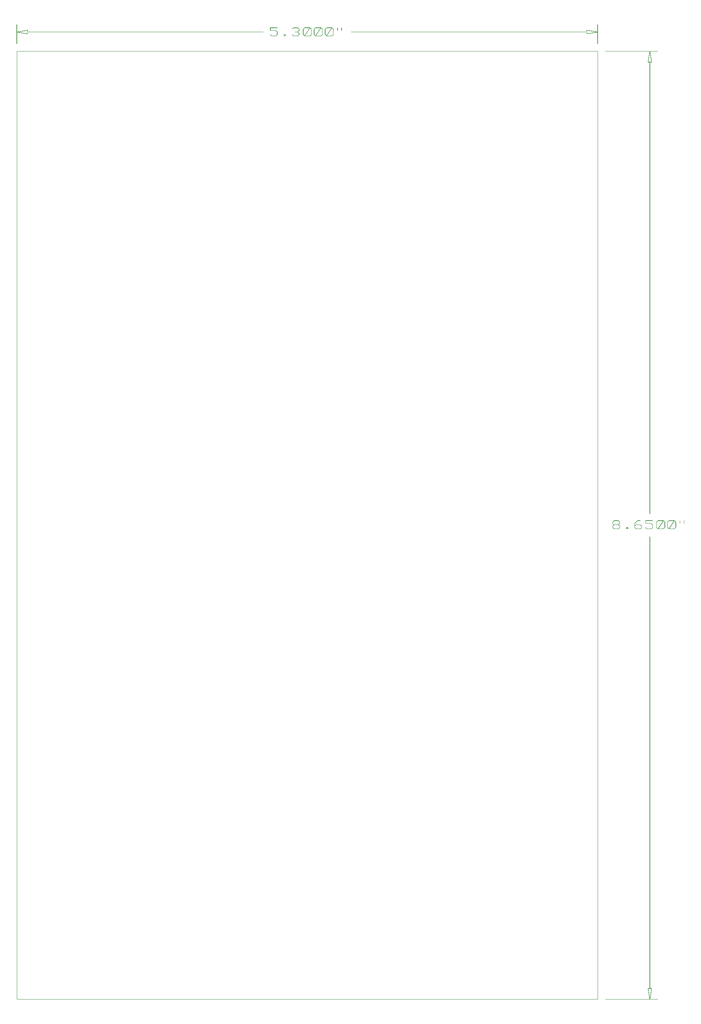
<source format=gbr>
*
%LPD*%
%LNPacMan-Edge_Cuts*%
%FSLAX25Y25*%
%MOIN*%
%AD*%
%AMDimension1*
20,1,0.005,-0.336244,0.056631,-0.273744,0.056631,0*
1,1,0.005,-0.336244,0.056631*
1,1,0.005,-0.273744,0.056631*
20,1,0.005,-0.336244,0.056631,-0.336244,0.031631,0*
1,1,0.005,-0.336244,0.056631*
1,1,0.005,-0.336244,0.031631*
20,1,0.005,-0.336244,0.031631,-0.286244,0.031631,0*
1,1,0.005,-0.336244,0.031631*
1,1,0.005,-0.286244,0.031631*
20,1,0.005,-0.286244,0.031631,-0.273744,0.019131,0*
1,1,0.005,-0.286244,0.031631*
1,1,0.005,-0.273744,0.019131*
20,1,0.005,-0.273744,0.019131,-0.273744,-0.005869,0*
1,1,0.005,-0.273744,0.019131*
1,1,0.005,-0.273744,-0.005869*
20,1,0.005,-0.273744,-0.005869,-0.286244,-0.018369,0*
1,1,0.005,-0.273744,-0.005869*
1,1,0.005,-0.286244,-0.018369*
20,1,0.005,-0.286244,-0.018369,-0.323744,-0.018369,0*
1,1,0.005,-0.286244,-0.018369*
1,1,0.005,-0.323744,-0.018369*
20,1,0.005,-0.323744,-0.018369,-0.336244,-0.005869,0*
1,1,0.005,-0.323744,-0.018369*
1,1,0.005,-0.336244,-0.005869*
20,1,0.005,-0.211244,-0.005869,-0.198744,-0.005869,0*
1,1,0.005,-0.211244,-0.005869*
1,1,0.005,-0.198744,-0.005869*
20,1,0.005,-0.198744,-0.005869,-0.198744,-0.018369,0*
1,1,0.005,-0.198744,-0.005869*
1,1,0.005,-0.198744,-0.018369*
20,1,0.005,-0.198744,-0.018369,-0.211244,-0.018369,0*
1,1,0.005,-0.198744,-0.018369*
1,1,0.005,-0.211244,-0.018369*
20,1,0.005,-0.211244,-0.018369,-0.211244,-0.005869,0*
1,1,0.005,-0.211244,-0.018369*
1,1,0.005,-0.211244,-0.005869*
20,1,0.005,-0.136244,0.044131,-0.123744,0.056631,0*
1,1,0.005,-0.136244,0.044131*
1,1,0.005,-0.123744,0.056631*
20,1,0.005,-0.123744,0.056631,-0.086244,0.056631,0*
1,1,0.005,-0.123744,0.056631*
1,1,0.005,-0.086244,0.056631*
20,1,0.005,-0.086244,0.056631,-0.073744,0.044131,0*
1,1,0.005,-0.086244,0.056631*
1,1,0.005,-0.073744,0.044131*
20,1,0.005,-0.073744,0.044131,-0.073744,0.031631,0*
1,1,0.005,-0.073744,0.044131*
1,1,0.005,-0.073744,0.031631*
20,1,0.005,-0.073744,0.031631,-0.086244,0.019131,0*
1,1,0.005,-0.073744,0.031631*
1,1,0.005,-0.086244,0.019131*
20,1,0.005,-0.111244,0.019131,-0.086244,0.019131,0*
1,1,0.005,-0.111244,0.019131*
1,1,0.005,-0.086244,0.019131*
20,1,0.005,-0.086244,0.019131,-0.073744,0.006631,0*
1,1,0.005,-0.086244,0.019131*
1,1,0.005,-0.073744,0.006631*
20,1,0.005,-0.073744,0.006631,-0.073744,-0.005869,0*
1,1,0.005,-0.073744,0.006631*
1,1,0.005,-0.073744,-0.005869*
20,1,0.005,-0.073744,-0.005869,-0.086244,-0.018369,0*
1,1,0.005,-0.073744,-0.005869*
1,1,0.005,-0.086244,-0.018369*
20,1,0.005,-0.086244,-0.018369,-0.123744,-0.018369,0*
1,1,0.005,-0.086244,-0.018369*
1,1,0.005,-0.123744,-0.018369*
20,1,0.005,-0.123744,-0.018369,-0.136244,-0.005869,0*
1,1,0.005,-0.123744,-0.018369*
1,1,0.005,-0.136244,-0.005869*
20,1,0.005,-0.023744,0.056631,0.026256,0.056631,0*
1,1,0.005,-0.023744,0.056631*
1,1,0.005,0.026256,0.056631*
20,1,0.005,0.026256,0.056631,0.038756,0.044131,0*
1,1,0.005,0.026256,0.056631*
1,1,0.005,0.038756,0.044131*
20,1,0.005,0.038756,0.044131,0.038756,-0.005869,0*
1,1,0.005,0.038756,0.044131*
1,1,0.005,0.038756,-0.005869*
20,1,0.005,0.038756,-0.005869,0.026256,-0.018369,0*
1,1,0.005,0.038756,-0.005869*
1,1,0.005,0.026256,-0.018369*
20,1,0.005,0.026256,-0.018369,-0.023744,-0.018369,0*
1,1,0.005,0.026256,-0.018369*
1,1,0.005,-0.023744,-0.018369*
20,1,0.005,-0.023744,-0.018369,-0.036244,-0.005869,0*
1,1,0.005,-0.023744,-0.018369*
1,1,0.005,-0.036244,-0.005869*
20,1,0.005,-0.036244,-0.005869,-0.036244,0.044131,0*
1,1,0.005,-0.036244,-0.005869*
1,1,0.005,-0.036244,0.044131*
20,1,0.005,-0.036244,0.044131,-0.023744,0.056631,0*
1,1,0.005,-0.036244,0.044131*
1,1,0.005,-0.023744,0.056631*
20,1,0.005,0.026256,0.056631,-0.023744,-0.018369,0*
1,1,0.005,0.026256,0.056631*
1,1,0.005,-0.023744,-0.018369*
20,1,0.005,0.076256,0.056631,0.126256,0.056631,0*
1,1,0.005,0.076256,0.056631*
1,1,0.005,0.126256,0.056631*
20,1,0.005,0.126256,0.056631,0.138756,0.044131,0*
1,1,0.005,0.126256,0.056631*
1,1,0.005,0.138756,0.044131*
20,1,0.005,0.138756,0.044131,0.138756,-0.005869,0*
1,1,0.005,0.138756,0.044131*
1,1,0.005,0.138756,-0.005869*
20,1,0.005,0.138756,-0.005869,0.126256,-0.018369,0*
1,1,0.005,0.138756,-0.005869*
1,1,0.005,0.126256,-0.018369*
20,1,0.005,0.126256,-0.018369,0.076256,-0.018369,0*
1,1,0.005,0.126256,-0.018369*
1,1,0.005,0.076256,-0.018369*
20,1,0.005,0.076256,-0.018369,0.063756,-0.005869,0*
1,1,0.005,0.076256,-0.018369*
1,1,0.005,0.063756,-0.005869*
20,1,0.005,0.063756,-0.005869,0.063756,0.044131,0*
1,1,0.005,0.063756,-0.005869*
1,1,0.005,0.063756,0.044131*
20,1,0.005,0.063756,0.044131,0.076256,0.056631,0*
1,1,0.005,0.063756,0.044131*
1,1,0.005,0.076256,0.056631*
20,1,0.005,0.126256,0.056631,0.076256,-0.018369,0*
1,1,0.005,0.126256,0.056631*
1,1,0.005,0.076256,-0.018369*
20,1,0.005,0.176256,0.056631,0.226256,0.056631,0*
1,1,0.005,0.176256,0.056631*
1,1,0.005,0.226256,0.056631*
20,1,0.005,0.226256,0.056631,0.238756,0.044131,0*
1,1,0.005,0.226256,0.056631*
1,1,0.005,0.238756,0.044131*
20,1,0.005,0.238756,0.044131,0.238756,-0.005869,0*
1,1,0.005,0.238756,0.044131*
1,1,0.005,0.238756,-0.005869*
20,1,0.005,0.238756,-0.005869,0.226256,-0.018369,0*
1,1,0.005,0.238756,-0.005869*
1,1,0.005,0.226256,-0.018369*
20,1,0.005,0.226256,-0.018369,0.176256,-0.018369,0*
1,1,0.005,0.226256,-0.018369*
1,1,0.005,0.176256,-0.018369*
20,1,0.005,0.176256,-0.018369,0.163756,-0.005869,0*
1,1,0.005,0.176256,-0.018369*
1,1,0.005,0.163756,-0.005869*
20,1,0.005,0.163756,-0.005869,0.163756,0.044131,0*
1,1,0.005,0.163756,-0.005869*
1,1,0.005,0.163756,0.044131*
20,1,0.005,0.163756,0.044131,0.176256,0.056631,0*
1,1,0.005,0.163756,0.044131*
1,1,0.005,0.176256,0.056631*
20,1,0.005,0.226256,0.056631,0.176256,-0.018369,0*
1,1,0.005,0.226256,0.056631*
1,1,0.005,0.176256,-0.018369*
20,1,0.005,0.276256,0.031631,0.276256,0.056631,0*
1,1,0.005,0.276256,0.031631*
1,1,0.005,0.276256,0.056631*
20,1,0.005,0.313756,0.031631,0.313756,0.056631,0*
1,1,0.005,0.313756,0.031631*
1,1,0.005,0.313756,0.056631*
20,1,0.005,-2.65,0.0875,-2.65,-0.0875,0*
1,1,0.005,-2.65,0.0875*
1,1,0.005,-2.65,-0.0875*
20,1,0.005,2.65,0.0875,2.65,-0.0875,0*
1,1,0.005,2.65,0.0875*
1,1,0.005,2.65,-0.0875*
20,1,0.005,-2.55136,0.033936,-2.65,0.0175,0*
1,1,0.005,-2.55136,0.033936*
1,1,0.005,-2.65,0.0175*
20,1,0.005,-2.55136,0.001064,-2.55136,0.033936,0*
1,1,0.005,-2.55136,0.001064*
1,1,0.005,-2.55136,0.033936*
20,1,0.005,-2.65,0.0175,-2.55136,0.001064,0*
1,1,0.005,-2.65,0.0175*
1,1,0.005,-2.55136,0.001064*
20,1,0.005,-2.5,0.0175,-2.55136,0.0175,0*
1,1,0.005,-2.5,0.0175*
1,1,0.005,-2.55136,0.0175*
20,1,0.005,2.55136,0.001064,2.65,0.0175,0*
1,1,0.005,2.55136,0.001064*
1,1,0.005,2.65,0.0175*
20,1,0.005,2.55136,0.033936,2.55136,0.001064,0*
1,1,0.005,2.55136,0.033936*
1,1,0.005,2.55136,0.001064*
20,1,0.005,2.65,0.0175,2.55136,0.033936,0*
1,1,0.005,2.65,0.0175*
1,1,0.005,2.55136,0.033936*
20,1,0.005,2.5,0.0175,2.55136,0.0175,0*
1,1,0.005,2.5,0.0175*
1,1,0.005,2.55136,0.0175*
20,1,0.005,-0.401244,0.0175,-2.5,0.0175,0*
1,1,0.005,-0.401244,0.0175*
1,1,0.005,-2.5,0.0175*
20,1,0.005,0.401244,0.0175,2.5,0.0175,0*
1,1,0.005,0.401244,0.0175*
1,1,0.005,2.5,0.0175*
%
%AMDimension2*
20,1,0.005,-0.279144,0.042799,-0.241644,0.042799,0*
1,1,0.005,-0.279144,0.042799*
1,1,0.005,-0.241644,0.042799*
20,1,0.005,-0.241644,0.042799,-0.229144,0.030299,0*
1,1,0.005,-0.241644,0.042799*
1,1,0.005,-0.229144,0.030299*
20,1,0.005,-0.229144,0.030299,-0.229144,0.017799,0*
1,1,0.005,-0.229144,0.030299*
1,1,0.005,-0.229144,0.017799*
20,1,0.005,-0.229144,0.017799,-0.241644,0.005299,0*
1,1,0.005,-0.229144,0.017799*
1,1,0.005,-0.241644,0.005299*
20,1,0.005,-0.241644,0.005299,-0.229144,-0.007201,0*
1,1,0.005,-0.241644,0.005299*
1,1,0.005,-0.229144,-0.007201*
20,1,0.005,-0.229144,-0.007201,-0.229144,-0.019701,0*
1,1,0.005,-0.229144,-0.007201*
1,1,0.005,-0.229144,-0.019701*
20,1,0.005,-0.229144,-0.019701,-0.241644,-0.032201,0*
1,1,0.005,-0.229144,-0.019701*
1,1,0.005,-0.241644,-0.032201*
20,1,0.005,-0.241644,-0.032201,-0.279144,-0.032201,0*
1,1,0.005,-0.241644,-0.032201*
1,1,0.005,-0.279144,-0.032201*
20,1,0.005,-0.279144,-0.032201,-0.291644,-0.019701,0*
1,1,0.005,-0.279144,-0.032201*
1,1,0.005,-0.291644,-0.019701*
20,1,0.005,-0.291644,-0.019701,-0.291644,-0.007201,0*
1,1,0.005,-0.291644,-0.019701*
1,1,0.005,-0.291644,-0.007201*
20,1,0.005,-0.291644,-0.007201,-0.279144,0.005299,0*
1,1,0.005,-0.291644,-0.007201*
1,1,0.005,-0.279144,0.005299*
20,1,0.005,-0.279144,0.005299,-0.291644,0.017799,0*
1,1,0.005,-0.279144,0.005299*
1,1,0.005,-0.291644,0.017799*
20,1,0.005,-0.291644,0.017799,-0.291644,0.030299,0*
1,1,0.005,-0.291644,0.017799*
1,1,0.005,-0.291644,0.030299*
20,1,0.005,-0.291644,0.030299,-0.279144,0.042799,0*
1,1,0.005,-0.291644,0.030299*
1,1,0.005,-0.279144,0.042799*
20,1,0.005,-0.279144,0.005299,-0.241644,0.005299,0*
1,1,0.005,-0.279144,0.005299*
1,1,0.005,-0.241644,0.005299*
20,1,0.005,-0.166644,-0.019701,-0.154144,-0.019701,0*
1,1,0.005,-0.166644,-0.019701*
1,1,0.005,-0.154144,-0.019701*
20,1,0.005,-0.154144,-0.019701,-0.154144,-0.032201,0*
1,1,0.005,-0.154144,-0.019701*
1,1,0.005,-0.154144,-0.032201*
20,1,0.005,-0.154144,-0.032201,-0.166644,-0.032201,0*
1,1,0.005,-0.154144,-0.032201*
1,1,0.005,-0.166644,-0.032201*
20,1,0.005,-0.166644,-0.032201,-0.166644,-0.019701,0*
1,1,0.005,-0.166644,-0.032201*
1,1,0.005,-0.166644,-0.019701*
20,1,0.005,-0.041644,0.042799,-0.066644,0.042799,0*
1,1,0.005,-0.041644,0.042799*
1,1,0.005,-0.066644,0.042799*
20,1,0.005,-0.066644,0.042799,-0.091644,0.017799,0*
1,1,0.005,-0.066644,0.042799*
1,1,0.005,-0.091644,0.017799*
20,1,0.005,-0.091644,0.017799,-0.091644,-0.019701,0*
1,1,0.005,-0.091644,0.017799*
1,1,0.005,-0.091644,-0.019701*
20,1,0.005,-0.091644,-0.019701,-0.079144,-0.032201,0*
1,1,0.005,-0.091644,-0.019701*
1,1,0.005,-0.079144,-0.032201*
20,1,0.005,-0.079144,-0.032201,-0.041644,-0.032201,0*
1,1,0.005,-0.079144,-0.032201*
1,1,0.005,-0.041644,-0.032201*
20,1,0.005,-0.041644,-0.032201,-0.029144,-0.019701,0*
1,1,0.005,-0.041644,-0.032201*
1,1,0.005,-0.029144,-0.019701*
20,1,0.005,-0.029144,-0.019701,-0.029144,-0.007201,0*
1,1,0.005,-0.029144,-0.019701*
1,1,0.005,-0.029144,-0.007201*
20,1,0.005,-0.029144,-0.007201,-0.041644,0.005299,0*
1,1,0.005,-0.029144,-0.007201*
1,1,0.005,-0.041644,0.005299*
20,1,0.005,-0.041644,0.005299,-0.079144,0.005299,0*
1,1,0.005,-0.041644,0.005299*
1,1,0.005,-0.079144,0.005299*
20,1,0.005,-0.079144,0.005299,-0.091644,-0.007201,0*
1,1,0.005,-0.079144,0.005299*
1,1,0.005,-0.091644,-0.007201*
20,1,0.005,0.008356,0.042799,0.070856,0.042799,0*
1,1,0.005,0.008356,0.042799*
1,1,0.005,0.070856,0.042799*
20,1,0.005,0.008356,0.042799,0.008356,0.017799,0*
1,1,0.005,0.008356,0.042799*
1,1,0.005,0.008356,0.017799*
20,1,0.005,0.008356,0.017799,0.058356,0.017799,0*
1,1,0.005,0.008356,0.017799*
1,1,0.005,0.058356,0.017799*
20,1,0.005,0.058356,0.017799,0.070856,0.005299,0*
1,1,0.005,0.058356,0.017799*
1,1,0.005,0.070856,0.005299*
20,1,0.005,0.070856,0.005299,0.070856,-0.019701,0*
1,1,0.005,0.070856,0.005299*
1,1,0.005,0.070856,-0.019701*
20,1,0.005,0.070856,-0.019701,0.058356,-0.032201,0*
1,1,0.005,0.070856,-0.019701*
1,1,0.005,0.058356,-0.032201*
20,1,0.005,0.058356,-0.032201,0.020856,-0.032201,0*
1,1,0.005,0.058356,-0.032201*
1,1,0.005,0.020856,-0.032201*
20,1,0.005,0.020856,-0.032201,0.008356,-0.019701,0*
1,1,0.005,0.020856,-0.032201*
1,1,0.005,0.008356,-0.019701*
20,1,0.005,0.120856,0.042799,0.170856,0.042799,0*
1,1,0.005,0.120856,0.042799*
1,1,0.005,0.170856,0.042799*
20,1,0.005,0.170856,0.042799,0.183356,0.030299,0*
1,1,0.005,0.170856,0.042799*
1,1,0.005,0.183356,0.030299*
20,1,0.005,0.183356,0.030299,0.183356,-0.019701,0*
1,1,0.005,0.183356,0.030299*
1,1,0.005,0.183356,-0.019701*
20,1,0.005,0.183356,-0.019701,0.170856,-0.032201,0*
1,1,0.005,0.183356,-0.019701*
1,1,0.005,0.170856,-0.032201*
20,1,0.005,0.170856,-0.032201,0.120856,-0.032201,0*
1,1,0.005,0.170856,-0.032201*
1,1,0.005,0.120856,-0.032201*
20,1,0.005,0.120856,-0.032201,0.108356,-0.019701,0*
1,1,0.005,0.120856,-0.032201*
1,1,0.005,0.108356,-0.019701*
20,1,0.005,0.108356,-0.019701,0.108356,0.030299,0*
1,1,0.005,0.108356,-0.019701*
1,1,0.005,0.108356,0.030299*
20,1,0.005,0.108356,0.030299,0.120856,0.042799,0*
1,1,0.005,0.108356,0.030299*
1,1,0.005,0.120856,0.042799*
20,1,0.005,0.170856,0.042799,0.120856,-0.032201,0*
1,1,0.005,0.170856,0.042799*
1,1,0.005,0.120856,-0.032201*
20,1,0.005,0.220856,0.042799,0.270856,0.042799,0*
1,1,0.005,0.220856,0.042799*
1,1,0.005,0.270856,0.042799*
20,1,0.005,0.270856,0.042799,0.283356,0.030299,0*
1,1,0.005,0.270856,0.042799*
1,1,0.005,0.283356,0.030299*
20,1,0.005,0.283356,0.030299,0.283356,-0.019701,0*
1,1,0.005,0.283356,0.030299*
1,1,0.005,0.283356,-0.019701*
20,1,0.005,0.283356,-0.019701,0.270856,-0.032201,0*
1,1,0.005,0.283356,-0.019701*
1,1,0.005,0.270856,-0.032201*
20,1,0.005,0.270856,-0.032201,0.220856,-0.032201,0*
1,1,0.005,0.270856,-0.032201*
1,1,0.005,0.220856,-0.032201*
20,1,0.005,0.220856,-0.032201,0.208356,-0.019701,0*
1,1,0.005,0.220856,-0.032201*
1,1,0.005,0.208356,-0.019701*
20,1,0.005,0.208356,-0.019701,0.208356,0.030299,0*
1,1,0.005,0.208356,-0.019701*
1,1,0.005,0.208356,0.030299*
20,1,0.005,0.208356,0.030299,0.220856,0.042799,0*
1,1,0.005,0.208356,0.030299*
1,1,0.005,0.220856,0.042799*
20,1,0.005,0.270856,0.042799,0.220856,-0.032201,0*
1,1,0.005,0.270856,0.042799*
1,1,0.005,0.220856,-0.032201*
20,1,0.005,0.320856,0.017799,0.320856,0.042799,0*
1,1,0.005,0.320856,0.017799*
1,1,0.005,0.320856,0.042799*
20,1,0.005,0.358356,0.017799,0.358356,0.042799,0*
1,1,0.005,0.358356,0.017799*
1,1,0.005,0.358356,0.042799*
20,1,0.005,0.116644,4.325,-0.358356,4.325,0*
1,1,0.005,0.116644,4.325*
1,1,0.005,-0.358356,4.325*
20,1,0.005,0.116644,-4.325,-0.358356,-4.325,0*
1,1,0.005,0.116644,-4.325*
1,1,0.005,-0.358356,-4.325*
20,1,0.005,0.06308,4.22636,0.046644,4.325,0*
1,1,0.005,0.06308,4.22636*
1,1,0.005,0.046644,4.325*
20,1,0.005,0.030209,4.22636,0.06308,4.22636,0*
1,1,0.005,0.030209,4.22636*
1,1,0.005,0.06308,4.22636*
20,1,0.005,0.046644,4.325,0.030209,4.22636,0*
1,1,0.005,0.046644,4.325*
1,1,0.005,0.030209,4.22636*
20,1,0.005,0.046644,4.175,0.046644,4.22636,0*
1,1,0.005,0.046644,4.175*
1,1,0.005,0.046644,4.22636*
20,1,0.005,0.030209,-4.22636,0.046644,-4.325,0*
1,1,0.005,0.030209,-4.22636*
1,1,0.005,0.046644,-4.325*
20,1,0.005,0.06308,-4.22636,0.030209,-4.22636,0*
1,1,0.005,0.06308,-4.22636*
1,1,0.005,0.030209,-4.22636*
20,1,0.005,0.046644,-4.325,0.06308,-4.22636,0*
1,1,0.005,0.046644,-4.325*
1,1,0.005,0.06308,-4.22636*
20,1,0.005,0.046644,-4.175,0.046644,-4.22636,0*
1,1,0.005,0.046644,-4.175*
1,1,0.005,0.046644,-4.22636*
20,1,0.005,0.046644,0.102799,0.046644,4.175,0*
1,1,0.005,0.046644,0.102799*
1,1,0.005,0.046644,4.175*
20,1,0.005,0.046644,-0.102799,0.046644,-4.175,0*
1,1,0.005,0.046644,-0.102799*
1,1,0.005,0.046644,-4.175*
%
%AD*%
%ADD42C,0.001968504*%
%ADD61Dimension1*%
%ADD62Dimension2*%
G54D42*
%SRX1Y1I0.0J0.0*%
G1X0Y430000D2*
G1X0Y0D1*
G1X530000Y0D1*
G1X530000Y430000D1*
G1X0Y865000D2*
G1X530000Y865000D1*
G1X0Y865000D2*
G1X0Y435000D1*
G1X530000Y435000D2*
G1X530000Y865000D1*
G1X0Y435000D2*
G1X0Y430000D1*
G1X0Y430000D1*
G1X530000Y435000D2*
G1X530000Y430000D1*
G1X530000Y430000D1*
G54D61*
G1X265000Y880750D3*
G54D62*
G1X572836Y432500D3*
M2*

</source>
